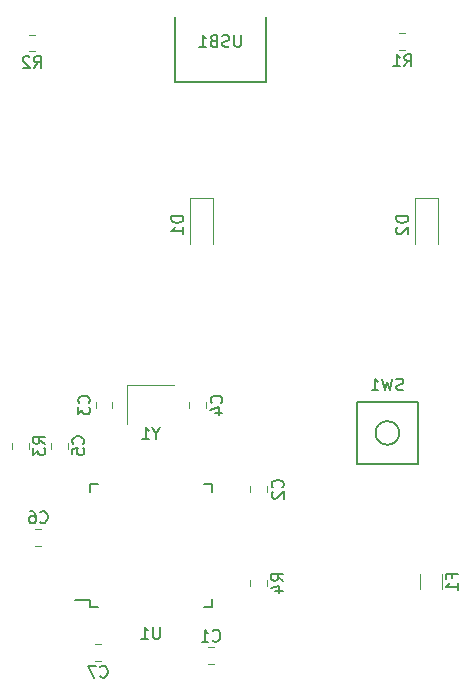
<source format=gbr>
G04 #@! TF.GenerationSoftware,KiCad,Pcbnew,(5.1.4)-1*
G04 #@! TF.CreationDate,2024-07-23T11:44:27+08:00*
G04 #@! TF.ProjectId,irog2k-pcb-demo,69726f67-326b-42d7-9063-622d64656d6f,rev?*
G04 #@! TF.SameCoordinates,Original*
G04 #@! TF.FileFunction,Legend,Bot*
G04 #@! TF.FilePolarity,Positive*
%FSLAX46Y46*%
G04 Gerber Fmt 4.6, Leading zero omitted, Abs format (unit mm)*
G04 Created by KiCad (PCBNEW (5.1.4)-1) date 2024-07-23 11:44:27*
%MOMM*%
%LPD*%
G04 APERTURE LIST*
%ADD10C,0.120000*%
%ADD11C,0.150000*%
G04 APERTURE END LIST*
D10*
X95186750Y-80548750D02*
X95186750Y-77248750D01*
X95186750Y-77248750D02*
X99186750Y-77248750D01*
D11*
X99241000Y-46101000D02*
X99241000Y-51551000D01*
X106941000Y-46101000D02*
X106941000Y-51551000D01*
X99241000Y-51551000D02*
X106941000Y-51551000D01*
X92011750Y-95980000D02*
X92011750Y-95405000D01*
X102361750Y-95980000D02*
X102361750Y-95305000D01*
X102361750Y-85630000D02*
X102361750Y-86305000D01*
X92011750Y-85630000D02*
X92011750Y-86305000D01*
X92011750Y-95980000D02*
X92686750Y-95980000D01*
X92011750Y-85630000D02*
X92686750Y-85630000D01*
X102361750Y-85630000D02*
X101686750Y-85630000D01*
X102361750Y-95980000D02*
X101686750Y-95980000D01*
X92011750Y-95405000D02*
X90736750Y-95405000D01*
X114621000Y-83880000D02*
X119821000Y-83880000D01*
X119821000Y-83880000D02*
X119821000Y-78680000D01*
X119821000Y-78680000D02*
X114621000Y-78680000D01*
X114621000Y-78680000D02*
X114621000Y-83880000D01*
X118221000Y-81280000D02*
G75*
G03X118221000Y-81280000I-1000000J0D01*
G01*
D10*
X105589000Y-94238578D02*
X105589000Y-93721422D01*
X107009000Y-94238578D02*
X107009000Y-93721422D01*
X86847750Y-82618078D02*
X86847750Y-82100922D01*
X85427750Y-82618078D02*
X85427750Y-82100922D01*
X86863422Y-47550000D02*
X87380578Y-47550000D01*
X86863422Y-48970000D02*
X87380578Y-48970000D01*
X118232422Y-47423000D02*
X118749578Y-47423000D01*
X118232422Y-48843000D02*
X118749578Y-48843000D01*
X119994000Y-94455064D02*
X119994000Y-93250936D01*
X121814000Y-94455064D02*
X121814000Y-93250936D01*
X119523000Y-61408750D02*
X119523000Y-65308750D01*
X121523000Y-61408750D02*
X121523000Y-65308750D01*
X119523000Y-61408750D02*
X121523000Y-61408750D01*
X100473000Y-61408750D02*
X100473000Y-65308750D01*
X102473000Y-61408750D02*
X102473000Y-65308750D01*
X100473000Y-61408750D02*
X102473000Y-61408750D01*
X92483172Y-100595500D02*
X93000328Y-100595500D01*
X92483172Y-99175500D02*
X93000328Y-99175500D01*
X87920328Y-89396500D02*
X87403172Y-89396500D01*
X87920328Y-90816500D02*
X87403172Y-90816500D01*
X90149750Y-82618078D02*
X90149750Y-82100922D01*
X88729750Y-82618078D02*
X88729750Y-82100922D01*
X101865500Y-79157328D02*
X101865500Y-78640172D01*
X100445500Y-79157328D02*
X100445500Y-78640172D01*
X92508000Y-78640172D02*
X92508000Y-79157328D01*
X93928000Y-78640172D02*
X93928000Y-79157328D01*
X107040750Y-86301078D02*
X107040750Y-85783922D01*
X105620750Y-86301078D02*
X105620750Y-85783922D01*
X102525328Y-99429500D02*
X102008172Y-99429500D01*
X102525328Y-100849500D02*
X102008172Y-100849500D01*
D11*
X97662940Y-81324940D02*
X97662940Y-81801130D01*
X97996273Y-80801130D02*
X97662940Y-81324940D01*
X97329607Y-80801130D01*
X96472464Y-81801130D02*
X97043892Y-81801130D01*
X96758178Y-81801130D02*
X96758178Y-80801130D01*
X96853416Y-80943988D01*
X96948654Y-81039226D01*
X97043892Y-81086845D01*
X104829095Y-47585380D02*
X104829095Y-48394904D01*
X104781476Y-48490142D01*
X104733857Y-48537761D01*
X104638619Y-48585380D01*
X104448142Y-48585380D01*
X104352904Y-48537761D01*
X104305285Y-48490142D01*
X104257666Y-48394904D01*
X104257666Y-47585380D01*
X103829095Y-48537761D02*
X103686238Y-48585380D01*
X103448142Y-48585380D01*
X103352904Y-48537761D01*
X103305285Y-48490142D01*
X103257666Y-48394904D01*
X103257666Y-48299666D01*
X103305285Y-48204428D01*
X103352904Y-48156809D01*
X103448142Y-48109190D01*
X103638619Y-48061571D01*
X103733857Y-48013952D01*
X103781476Y-47966333D01*
X103829095Y-47871095D01*
X103829095Y-47775857D01*
X103781476Y-47680619D01*
X103733857Y-47633000D01*
X103638619Y-47585380D01*
X103400523Y-47585380D01*
X103257666Y-47633000D01*
X102495761Y-48061571D02*
X102352904Y-48109190D01*
X102305285Y-48156809D01*
X102257666Y-48252047D01*
X102257666Y-48394904D01*
X102305285Y-48490142D01*
X102352904Y-48537761D01*
X102448142Y-48585380D01*
X102829095Y-48585380D01*
X102829095Y-47585380D01*
X102495761Y-47585380D01*
X102400523Y-47633000D01*
X102352904Y-47680619D01*
X102305285Y-47775857D01*
X102305285Y-47871095D01*
X102352904Y-47966333D01*
X102400523Y-48013952D01*
X102495761Y-48061571D01*
X102829095Y-48061571D01*
X101305285Y-48585380D02*
X101876714Y-48585380D01*
X101591000Y-48585380D02*
X101591000Y-47585380D01*
X101686238Y-47728238D01*
X101781476Y-47823476D01*
X101876714Y-47871095D01*
X97948654Y-97707380D02*
X97948654Y-98516904D01*
X97901035Y-98612142D01*
X97853416Y-98659761D01*
X97758178Y-98707380D01*
X97567702Y-98707380D01*
X97472464Y-98659761D01*
X97424845Y-98612142D01*
X97377226Y-98516904D01*
X97377226Y-97707380D01*
X96377226Y-98707380D02*
X96948654Y-98707380D01*
X96662940Y-98707380D02*
X96662940Y-97707380D01*
X96758178Y-97850238D01*
X96853416Y-97945476D01*
X96948654Y-97993095D01*
X118554333Y-77620761D02*
X118411476Y-77668380D01*
X118173380Y-77668380D01*
X118078142Y-77620761D01*
X118030523Y-77573142D01*
X117982904Y-77477904D01*
X117982904Y-77382666D01*
X118030523Y-77287428D01*
X118078142Y-77239809D01*
X118173380Y-77192190D01*
X118363857Y-77144571D01*
X118459095Y-77096952D01*
X118506714Y-77049333D01*
X118554333Y-76954095D01*
X118554333Y-76858857D01*
X118506714Y-76763619D01*
X118459095Y-76716000D01*
X118363857Y-76668380D01*
X118125761Y-76668380D01*
X117982904Y-76716000D01*
X117649571Y-76668380D02*
X117411476Y-77668380D01*
X117221000Y-76954095D01*
X117030523Y-77668380D01*
X116792428Y-76668380D01*
X115887666Y-77668380D02*
X116459095Y-77668380D01*
X116173380Y-77668380D02*
X116173380Y-76668380D01*
X116268619Y-76811238D01*
X116363857Y-76906476D01*
X116459095Y-76954095D01*
X108401380Y-93813333D02*
X107925190Y-93480000D01*
X108401380Y-93241904D02*
X107401380Y-93241904D01*
X107401380Y-93622857D01*
X107449000Y-93718095D01*
X107496619Y-93765714D01*
X107591857Y-93813333D01*
X107734714Y-93813333D01*
X107829952Y-93765714D01*
X107877571Y-93718095D01*
X107925190Y-93622857D01*
X107925190Y-93241904D01*
X107734714Y-94670476D02*
X108401380Y-94670476D01*
X107353761Y-94432380D02*
X108068047Y-94194285D01*
X108068047Y-94813333D01*
X88240130Y-82192833D02*
X87763940Y-81859500D01*
X88240130Y-81621404D02*
X87240130Y-81621404D01*
X87240130Y-82002357D01*
X87287750Y-82097595D01*
X87335369Y-82145214D01*
X87430607Y-82192833D01*
X87573464Y-82192833D01*
X87668702Y-82145214D01*
X87716321Y-82097595D01*
X87763940Y-82002357D01*
X87763940Y-81621404D01*
X87240130Y-82526166D02*
X87240130Y-83145214D01*
X87621083Y-82811880D01*
X87621083Y-82954738D01*
X87668702Y-83049976D01*
X87716321Y-83097595D01*
X87811559Y-83145214D01*
X88049654Y-83145214D01*
X88144892Y-83097595D01*
X88192511Y-83049976D01*
X88240130Y-82954738D01*
X88240130Y-82669023D01*
X88192511Y-82573785D01*
X88144892Y-82526166D01*
X87288666Y-50362380D02*
X87622000Y-49886190D01*
X87860095Y-50362380D02*
X87860095Y-49362380D01*
X87479142Y-49362380D01*
X87383904Y-49410000D01*
X87336285Y-49457619D01*
X87288666Y-49552857D01*
X87288666Y-49695714D01*
X87336285Y-49790952D01*
X87383904Y-49838571D01*
X87479142Y-49886190D01*
X87860095Y-49886190D01*
X86907714Y-49457619D02*
X86860095Y-49410000D01*
X86764857Y-49362380D01*
X86526761Y-49362380D01*
X86431523Y-49410000D01*
X86383904Y-49457619D01*
X86336285Y-49552857D01*
X86336285Y-49648095D01*
X86383904Y-49790952D01*
X86955333Y-50362380D01*
X86336285Y-50362380D01*
X118657666Y-50235380D02*
X118991000Y-49759190D01*
X119229095Y-50235380D02*
X119229095Y-49235380D01*
X118848142Y-49235380D01*
X118752904Y-49283000D01*
X118705285Y-49330619D01*
X118657666Y-49425857D01*
X118657666Y-49568714D01*
X118705285Y-49663952D01*
X118752904Y-49711571D01*
X118848142Y-49759190D01*
X119229095Y-49759190D01*
X117705285Y-50235380D02*
X118276714Y-50235380D01*
X117991000Y-50235380D02*
X117991000Y-49235380D01*
X118086238Y-49378238D01*
X118181476Y-49473476D01*
X118276714Y-49521095D01*
X122652571Y-93519666D02*
X122652571Y-93186333D01*
X123176380Y-93186333D02*
X122176380Y-93186333D01*
X122176380Y-93662523D01*
X123176380Y-94567285D02*
X123176380Y-93995857D01*
X123176380Y-94281571D02*
X122176380Y-94281571D01*
X122319238Y-94186333D01*
X122414476Y-94091095D01*
X122462095Y-93995857D01*
X118975380Y-62920654D02*
X117975380Y-62920654D01*
X117975380Y-63158750D01*
X118023000Y-63301607D01*
X118118238Y-63396845D01*
X118213476Y-63444464D01*
X118403952Y-63492083D01*
X118546809Y-63492083D01*
X118737285Y-63444464D01*
X118832523Y-63396845D01*
X118927761Y-63301607D01*
X118975380Y-63158750D01*
X118975380Y-62920654D01*
X118070619Y-63873035D02*
X118023000Y-63920654D01*
X117975380Y-64015892D01*
X117975380Y-64253988D01*
X118023000Y-64349226D01*
X118070619Y-64396845D01*
X118165857Y-64444464D01*
X118261095Y-64444464D01*
X118403952Y-64396845D01*
X118975380Y-63825416D01*
X118975380Y-64444464D01*
X99925380Y-62920654D02*
X98925380Y-62920654D01*
X98925380Y-63158750D01*
X98973000Y-63301607D01*
X99068238Y-63396845D01*
X99163476Y-63444464D01*
X99353952Y-63492083D01*
X99496809Y-63492083D01*
X99687285Y-63444464D01*
X99782523Y-63396845D01*
X99877761Y-63301607D01*
X99925380Y-63158750D01*
X99925380Y-62920654D01*
X99925380Y-64444464D02*
X99925380Y-63873035D01*
X99925380Y-64158750D02*
X98925380Y-64158750D01*
X99068238Y-64063511D01*
X99163476Y-63968273D01*
X99211095Y-63873035D01*
X92908416Y-101892642D02*
X92956035Y-101940261D01*
X93098892Y-101987880D01*
X93194130Y-101987880D01*
X93336988Y-101940261D01*
X93432226Y-101845023D01*
X93479845Y-101749785D01*
X93527464Y-101559309D01*
X93527464Y-101416452D01*
X93479845Y-101225976D01*
X93432226Y-101130738D01*
X93336988Y-101035500D01*
X93194130Y-100987880D01*
X93098892Y-100987880D01*
X92956035Y-101035500D01*
X92908416Y-101083119D01*
X92575083Y-100987880D02*
X91908416Y-100987880D01*
X92336988Y-101987880D01*
X87828416Y-88813642D02*
X87876035Y-88861261D01*
X88018892Y-88908880D01*
X88114130Y-88908880D01*
X88256988Y-88861261D01*
X88352226Y-88766023D01*
X88399845Y-88670785D01*
X88447464Y-88480309D01*
X88447464Y-88337452D01*
X88399845Y-88146976D01*
X88352226Y-88051738D01*
X88256988Y-87956500D01*
X88114130Y-87908880D01*
X88018892Y-87908880D01*
X87876035Y-87956500D01*
X87828416Y-88004119D01*
X86971273Y-87908880D02*
X87161750Y-87908880D01*
X87256988Y-87956500D01*
X87304607Y-88004119D01*
X87399845Y-88146976D01*
X87447464Y-88337452D01*
X87447464Y-88718404D01*
X87399845Y-88813642D01*
X87352226Y-88861261D01*
X87256988Y-88908880D01*
X87066511Y-88908880D01*
X86971273Y-88861261D01*
X86923654Y-88813642D01*
X86876035Y-88718404D01*
X86876035Y-88480309D01*
X86923654Y-88385071D01*
X86971273Y-88337452D01*
X87066511Y-88289833D01*
X87256988Y-88289833D01*
X87352226Y-88337452D01*
X87399845Y-88385071D01*
X87447464Y-88480309D01*
X91446892Y-82192833D02*
X91494511Y-82145214D01*
X91542130Y-82002357D01*
X91542130Y-81907119D01*
X91494511Y-81764261D01*
X91399273Y-81669023D01*
X91304035Y-81621404D01*
X91113559Y-81573785D01*
X90970702Y-81573785D01*
X90780226Y-81621404D01*
X90684988Y-81669023D01*
X90589750Y-81764261D01*
X90542130Y-81907119D01*
X90542130Y-82002357D01*
X90589750Y-82145214D01*
X90637369Y-82192833D01*
X90542130Y-83097595D02*
X90542130Y-82621404D01*
X91018321Y-82573785D01*
X90970702Y-82621404D01*
X90923083Y-82716642D01*
X90923083Y-82954738D01*
X90970702Y-83049976D01*
X91018321Y-83097595D01*
X91113559Y-83145214D01*
X91351654Y-83145214D01*
X91446892Y-83097595D01*
X91494511Y-83049976D01*
X91542130Y-82954738D01*
X91542130Y-82716642D01*
X91494511Y-82621404D01*
X91446892Y-82573785D01*
X103162642Y-78732083D02*
X103210261Y-78684464D01*
X103257880Y-78541607D01*
X103257880Y-78446369D01*
X103210261Y-78303511D01*
X103115023Y-78208273D01*
X103019785Y-78160654D01*
X102829309Y-78113035D01*
X102686452Y-78113035D01*
X102495976Y-78160654D01*
X102400738Y-78208273D01*
X102305500Y-78303511D01*
X102257880Y-78446369D01*
X102257880Y-78541607D01*
X102305500Y-78684464D01*
X102353119Y-78732083D01*
X102591214Y-79589226D02*
X103257880Y-79589226D01*
X102210261Y-79351130D02*
X102924547Y-79113035D01*
X102924547Y-79732083D01*
X91925142Y-78732083D02*
X91972761Y-78684464D01*
X92020380Y-78541607D01*
X92020380Y-78446369D01*
X91972761Y-78303511D01*
X91877523Y-78208273D01*
X91782285Y-78160654D01*
X91591809Y-78113035D01*
X91448952Y-78113035D01*
X91258476Y-78160654D01*
X91163238Y-78208273D01*
X91068000Y-78303511D01*
X91020380Y-78446369D01*
X91020380Y-78541607D01*
X91068000Y-78684464D01*
X91115619Y-78732083D01*
X91020380Y-79065416D02*
X91020380Y-79684464D01*
X91401333Y-79351130D01*
X91401333Y-79493988D01*
X91448952Y-79589226D01*
X91496571Y-79636845D01*
X91591809Y-79684464D01*
X91829904Y-79684464D01*
X91925142Y-79636845D01*
X91972761Y-79589226D01*
X92020380Y-79493988D01*
X92020380Y-79208273D01*
X91972761Y-79113035D01*
X91925142Y-79065416D01*
X108337892Y-85875833D02*
X108385511Y-85828214D01*
X108433130Y-85685357D01*
X108433130Y-85590119D01*
X108385511Y-85447261D01*
X108290273Y-85352023D01*
X108195035Y-85304404D01*
X108004559Y-85256785D01*
X107861702Y-85256785D01*
X107671226Y-85304404D01*
X107575988Y-85352023D01*
X107480750Y-85447261D01*
X107433130Y-85590119D01*
X107433130Y-85685357D01*
X107480750Y-85828214D01*
X107528369Y-85875833D01*
X107528369Y-86256785D02*
X107480750Y-86304404D01*
X107433130Y-86399642D01*
X107433130Y-86637738D01*
X107480750Y-86732976D01*
X107528369Y-86780595D01*
X107623607Y-86828214D01*
X107718845Y-86828214D01*
X107861702Y-86780595D01*
X108433130Y-86209166D01*
X108433130Y-86828214D01*
X102433416Y-98846642D02*
X102481035Y-98894261D01*
X102623892Y-98941880D01*
X102719130Y-98941880D01*
X102861988Y-98894261D01*
X102957226Y-98799023D01*
X103004845Y-98703785D01*
X103052464Y-98513309D01*
X103052464Y-98370452D01*
X103004845Y-98179976D01*
X102957226Y-98084738D01*
X102861988Y-97989500D01*
X102719130Y-97941880D01*
X102623892Y-97941880D01*
X102481035Y-97989500D01*
X102433416Y-98037119D01*
X101481035Y-98941880D02*
X102052464Y-98941880D01*
X101766750Y-98941880D02*
X101766750Y-97941880D01*
X101861988Y-98084738D01*
X101957226Y-98179976D01*
X102052464Y-98227595D01*
M02*

</source>
